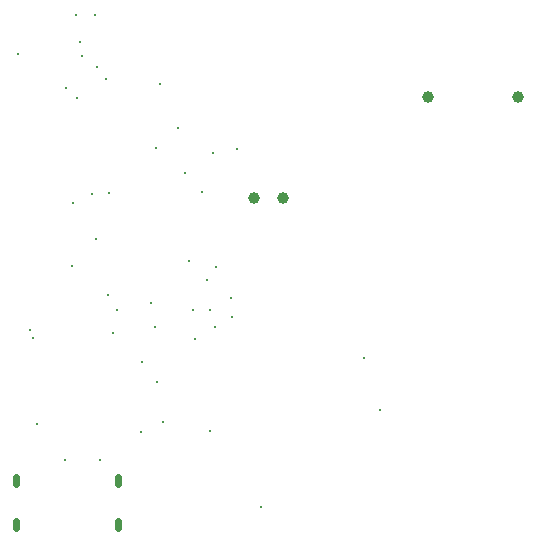
<source format=gbr>
%TF.GenerationSoftware,KiCad,Pcbnew,9.0.0*%
%TF.CreationDate,2025-03-05T18:07:29-05:00*%
%TF.ProjectId,LumiGuard,4c756d69-4775-4617-9264-2e6b69636164,Ing.IsmelArab*%
%TF.SameCoordinates,Original*%
%TF.FileFunction,Plated,1,2,PTH,Mixed*%
%TF.FilePolarity,Positive*%
%FSLAX46Y46*%
G04 Gerber Fmt 4.6, Leading zero omitted, Abs format (unit mm)*
G04 Created by KiCad (PCBNEW 9.0.0) date 2025-03-05 18:07:29*
%MOMM*%
%LPD*%
G01*
G04 APERTURE LIST*
%TA.AperFunction,ViaDrill*%
%ADD10C,0.300000*%
%TD*%
G04 aperture for slot hole*
%TA.AperFunction,ComponentDrill*%
%ADD11C,0.600000*%
%TD*%
%TA.AperFunction,ComponentDrill*%
%ADD12C,1.000000*%
%TD*%
G04 APERTURE END LIST*
D10*
X116490000Y-93120000D03*
X117511500Y-116480000D03*
X117780000Y-117210000D03*
X118070000Y-124450000D03*
X120490000Y-127540000D03*
X120600000Y-95970000D03*
X121050000Y-111060000D03*
X121130000Y-105750000D03*
X121420000Y-89840000D03*
X121530000Y-96870000D03*
X121740000Y-92110000D03*
X121960000Y-93320000D03*
X122780000Y-104950000D03*
X123040000Y-89810000D03*
X123070000Y-108810000D03*
X123150000Y-94230000D03*
X123460000Y-127520000D03*
X123980000Y-95240000D03*
X124140000Y-113560000D03*
X124170000Y-104870000D03*
X124550000Y-116770000D03*
X124910000Y-114770000D03*
X126910000Y-125100000D03*
X127030000Y-119230000D03*
X127770000Y-114170000D03*
X128130000Y-116230000D03*
X128200000Y-101080000D03*
X128280000Y-120900000D03*
X128540000Y-95630000D03*
X128800000Y-124290000D03*
X130030000Y-99370000D03*
X130620000Y-103220000D03*
X131020000Y-110630000D03*
X131350000Y-114800000D03*
X131500000Y-117230000D03*
X132070000Y-104780000D03*
X132520000Y-112280000D03*
X132750000Y-114820000D03*
X132780000Y-125060000D03*
X133050000Y-101530000D03*
X133210000Y-116220000D03*
X133260000Y-111140000D03*
X134550000Y-113800000D03*
X134580000Y-115400000D03*
X135010000Y-101180000D03*
X137080000Y-131460000D03*
X145810000Y-118870000D03*
X147140000Y-123310000D03*
D11*
%TO.C,J2*%
X116360000Y-129500000D02*
X116360000Y-128900000D01*
X116360000Y-133300000D02*
X116360000Y-132700000D01*
X125000000Y-129500000D02*
X125000000Y-128900000D01*
X125000000Y-133300000D02*
X125000000Y-132700000D01*
D12*
%TO.C,J1*%
X136450000Y-105300000D03*
X138950000Y-105300000D03*
%TO.C,BZ1*%
X151200000Y-96800000D03*
X158800000Y-96800000D03*
M02*

</source>
